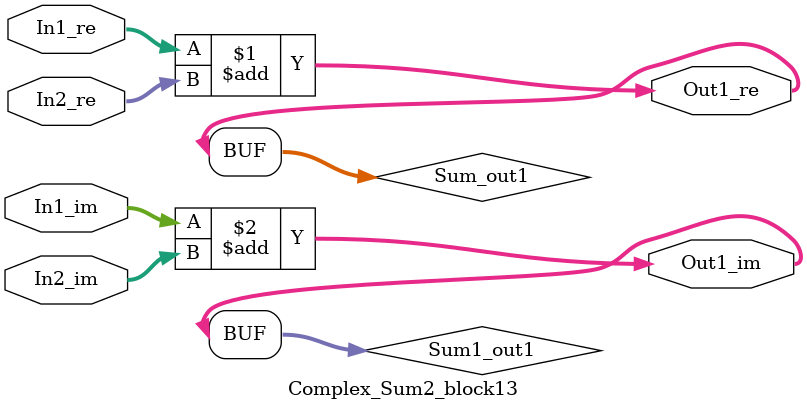
<source format=v>



`timescale 1 ns / 1 ns

module Complex_Sum2_block13
          (In1_re,
           In1_im,
           In2_re,
           In2_im,
           Out1_re,
           Out1_im);


  input   signed [36:0] In1_re;  // sfix37_En22
  input   signed [36:0] In1_im;  // sfix37_En22
  input   signed [36:0] In2_re;  // sfix37_En22
  input   signed [36:0] In2_im;  // sfix37_En22
  output  signed [36:0] Out1_re;  // sfix37_En22
  output  signed [36:0] Out1_im;  // sfix37_En22


  wire signed [36:0] Sum_out1;  // sfix37_En22
  wire signed [36:0] Sum1_out1;  // sfix37_En22


  assign Sum_out1 = In1_re + In2_re;



  assign Out1_re = Sum_out1;

  assign Sum1_out1 = In1_im + In2_im;



  assign Out1_im = Sum1_out1;

endmodule  // Complex_Sum2_block13


</source>
